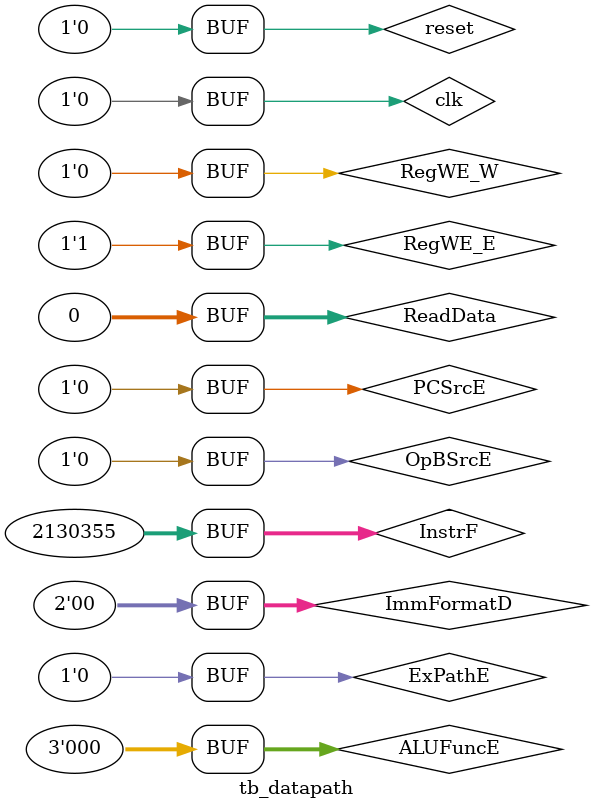
<source format=sv>
`timescale 1ns / 1ps

module tb_datapath;

    // -------------- TESTBENCH SIGNALS -------------- //

    // External inputs
    logic           clk, reset;
    logic [31:0]    InstrF, ReadData;

    // Internal inputs (from control)
    logic           RegWE_E, RegWE_W,
                    OpBSrcE,
                    ExPathE,
                    PCSrcE;
    logic [1:0]     ImmFormatD;
    logic [2:0]     ALUFuncE;
    
    // Output signals
    logic [31:0]    ALUResult,
                    WriteData,
                    PCF;
    logic           zero;
    
    // -------------- INSTANTIATE DUT -------------- //
    
    datapath dut(
        // Inputs
        clk, reset,
        InstrF, ReadData,
        RegWE_E, RegWE_W,
        OpBSrcE,
        ExPathE,
        PCSrcE,
        ImmFormatD,
        ALUFuncE,
        // Outputs
        ALUResult,
        WriteData,
        PCF,
        zero
    );
    
    // -------------- SIMULATE -------------- //

    initial begin
    
        // Initialize inputs
        clk = 1'b0; reset = 1'b0;
        InstrF = 32'h00000000;
        ReadData = 32'h00000000;
        RegWE_E = 1'b0; RegWE_W = 1'b0;         // No write enabled
        OpBSrcE = 1'b0;                         // Defualt OpB chosen
        ExPathE = 1'b0;                         // ALU path chosen (not BNN)
        PCSrcE = 1'b0;                          // No branching
        ImmFormatD = 2'b00;                     // Default extend format
        ALUFuncE = 3'b000;                      // Set to ADD by default
        
        // Reset device by toggling reset signal
        reset <= 1'b1;
        #10;
        reset <= 1'b0;
        
        #10;
        
        // Write something to the register file
        InstrF = 32'h00700093;              // ADDI x1, x0, #7
        OpBSrcE = 1'b1;                     // Choose sign-extended immediate
        RegWE_E = 1'b1;                     // Write operation
        #1; clk = !clk; #9; clk = !clk;     // Toggle clock
        
        #10;
        
        // Write something to another register
        InstrF = 32'h00300113;              // ADDI x2, x0, #3
        OpBSrcE = 1'b1;                     // Sign-extended immediate still required (I-type again)
        RegWE_E = 1'b1;                     // Write operation
        #1; clk = !clk; #9; clk = !clk;     // Toggle clock
        
        #10;
        
        // Demonstrate R-type instruction, writing to a third register
        InstrF = 32'h002081B3;              // ADD x3, x1, x2
        OpBSrcE = 1'b0;                     // OpB is register operand
        RegWE_E = 1'b1;                     // Write operation
        #1; clk = !clk; #9; clk = !clk;     // Toggle clock
    
    end

endmodule

</source>
